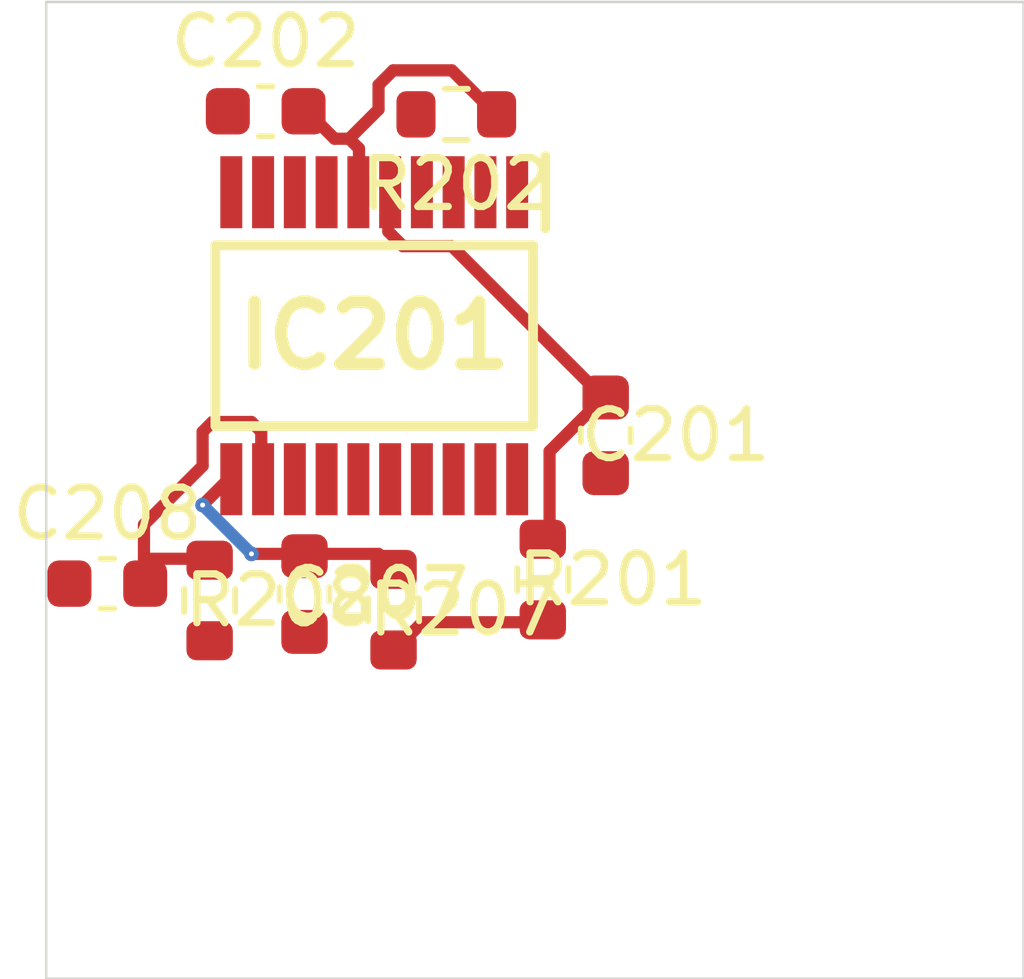
<source format=kicad_pcb>
 ( kicad_pcb  ( version 20171130 )
 ( host pcbnew 5.1.12-84ad8e8a86~92~ubuntu18.04.1 )
 ( general  ( thickness 1.6 )
 ( drawings 4 )
 ( tracks 0 )
 ( zones 0 )
 ( modules 9 )
 ( nets 19 )
)
 ( page A4 )
 ( layers  ( 0 F.Cu signal )
 ( 31 B.Cu signal )
 ( 32 B.Adhes user )
 ( 33 F.Adhes user )
 ( 34 B.Paste user )
 ( 35 F.Paste user )
 ( 36 B.SilkS user )
 ( 37 F.SilkS user )
 ( 38 B.Mask user )
 ( 39 F.Mask user )
 ( 40 Dwgs.User user )
 ( 41 Cmts.User user )
 ( 42 Eco1.User user )
 ( 43 Eco2.User user )
 ( 44 Edge.Cuts user )
 ( 45 Margin user )
 ( 46 B.CrtYd user )
 ( 47 F.CrtYd user )
 ( 48 B.Fab user )
 ( 49 F.Fab user )
)
 ( setup  ( last_trace_width 0.25 )
 ( trace_clearance 0.2 )
 ( zone_clearance 0.508 )
 ( zone_45_only no )
 ( trace_min 0.2 )
 ( via_size 0.8 )
 ( via_drill 0.4 )
 ( via_min_size 0.4 )
 ( via_min_drill 0.3 )
 ( uvia_size 0.3 )
 ( uvia_drill 0.1 )
 ( uvias_allowed no )
 ( uvia_min_size 0.2 )
 ( uvia_min_drill 0.1 )
 ( edge_width 0.05 )
 ( segment_width 0.2 )
 ( pcb_text_width 0.3 )
 ( pcb_text_size 1.5 1.5 )
 ( mod_edge_width 0.12 )
 ( mod_text_size 1 1 )
 ( mod_text_width 0.15 )
 ( pad_size 1.524 1.524 )
 ( pad_drill 0.762 )
 ( pad_to_mask_clearance 0 )
 ( aux_axis_origin 0 0 )
 ( visible_elements FFFFFF7F )
 ( pcbplotparams  ( layerselection 0x010fc_ffffffff )
 ( usegerberextensions false )
 ( usegerberattributes true )
 ( usegerberadvancedattributes true )
 ( creategerberjobfile true )
 ( excludeedgelayer true )
 ( linewidth 0.100000 )
 ( plotframeref false )
 ( viasonmask false )
 ( mode 1 )
 ( useauxorigin false )
 ( hpglpennumber 1 )
 ( hpglpenspeed 20 )
 ( hpglpendiameter 15.000000 )
 ( psnegative false )
 ( psa4output false )
 ( plotreference true )
 ( plotvalue true )
 ( plotinvisibletext false )
 ( padsonsilk false )
 ( subtractmaskfromsilk false )
 ( outputformat 1 )
 ( mirror false )
 ( drillshape 1 )
 ( scaleselection 1 )
 ( outputdirectory "" )
)
)
 ( net 0 "" )
 ( net 1 GND )
 ( net 2 /Sheet6235D886/ch0 )
 ( net 3 /Sheet6235D886/ch1 )
 ( net 4 /Sheet6235D886/ch2 )
 ( net 5 /Sheet6235D886/ch3 )
 ( net 6 /Sheet6235D886/ch4 )
 ( net 7 /Sheet6235D886/ch5 )
 ( net 8 /Sheet6235D886/ch6 )
 ( net 9 /Sheet6235D886/ch7 )
 ( net 10 VDD )
 ( net 11 VDDA )
 ( net 12 /Sheet6235D886/adc_csn )
 ( net 13 /Sheet6235D886/adc_sck )
 ( net 14 /Sheet6235D886/adc_sdi )
 ( net 15 /Sheet6235D886/adc_sdo )
 ( net 16 /Sheet6235D886/vp )
 ( net 17 /Sheet6248AD22/chn0 )
 ( net 18 /Sheet6248AD22/chn3 )
 ( net_class Default "This is the default net class."  ( clearance 0.2 )
 ( trace_width 0.25 )
 ( via_dia 0.8 )
 ( via_drill 0.4 )
 ( uvia_dia 0.3 )
 ( uvia_drill 0.1 )
 ( add_net /Sheet6235D886/adc_csn )
 ( add_net /Sheet6235D886/adc_sck )
 ( add_net /Sheet6235D886/adc_sdi )
 ( add_net /Sheet6235D886/adc_sdo )
 ( add_net /Sheet6235D886/ch0 )
 ( add_net /Sheet6235D886/ch1 )
 ( add_net /Sheet6235D886/ch2 )
 ( add_net /Sheet6235D886/ch3 )
 ( add_net /Sheet6235D886/ch4 )
 ( add_net /Sheet6235D886/ch5 )
 ( add_net /Sheet6235D886/ch6 )
 ( add_net /Sheet6235D886/ch7 )
 ( add_net /Sheet6235D886/vp )
 ( add_net /Sheet6248AD22/chn0 )
 ( add_net /Sheet6248AD22/chn3 )
 ( add_net GND )
 ( add_net VDD )
 ( add_net VDDA )
)
 ( module Capacitor_SMD:C_0603_1608Metric  ( layer F.Cu )
 ( tedit 5F68FEEE )
 ( tstamp 6234222D )
 ( at 91.448800 108.873000 270.000000 )
 ( descr "Capacitor SMD 0603 (1608 Metric), square (rectangular) end terminal, IPC_7351 nominal, (Body size source: IPC-SM-782 page 76, https://www.pcb-3d.com/wordpress/wp-content/uploads/ipc-sm-782a_amendment_1_and_2.pdf), generated with kicad-footprint-generator" )
 ( tags capacitor )
 ( path /6235D887/623691C5 )
 ( attr smd )
 ( fp_text reference C201  ( at 0 -1.43 )
 ( layer F.SilkS )
 ( effects  ( font  ( size 1 1 )
 ( thickness 0.15 )
)
)
)
 ( fp_text value 0.1uF  ( at 0 1.43 )
 ( layer F.Fab )
 ( effects  ( font  ( size 1 1 )
 ( thickness 0.15 )
)
)
)
 ( fp_line  ( start -0.8 0.4 )
 ( end -0.8 -0.4 )
 ( layer F.Fab )
 ( width 0.1 )
)
 ( fp_line  ( start -0.8 -0.4 )
 ( end 0.8 -0.4 )
 ( layer F.Fab )
 ( width 0.1 )
)
 ( fp_line  ( start 0.8 -0.4 )
 ( end 0.8 0.4 )
 ( layer F.Fab )
 ( width 0.1 )
)
 ( fp_line  ( start 0.8 0.4 )
 ( end -0.8 0.4 )
 ( layer F.Fab )
 ( width 0.1 )
)
 ( fp_line  ( start -0.14058 -0.51 )
 ( end 0.14058 -0.51 )
 ( layer F.SilkS )
 ( width 0.12 )
)
 ( fp_line  ( start -0.14058 0.51 )
 ( end 0.14058 0.51 )
 ( layer F.SilkS )
 ( width 0.12 )
)
 ( fp_line  ( start -1.48 0.73 )
 ( end -1.48 -0.73 )
 ( layer F.CrtYd )
 ( width 0.05 )
)
 ( fp_line  ( start -1.48 -0.73 )
 ( end 1.48 -0.73 )
 ( layer F.CrtYd )
 ( width 0.05 )
)
 ( fp_line  ( start 1.48 -0.73 )
 ( end 1.48 0.73 )
 ( layer F.CrtYd )
 ( width 0.05 )
)
 ( fp_line  ( start 1.48 0.73 )
 ( end -1.48 0.73 )
 ( layer F.CrtYd )
 ( width 0.05 )
)
 ( fp_text user %R  ( at 0 0 )
 ( layer F.Fab )
 ( effects  ( font  ( size 0.4 0.4 )
 ( thickness 0.06 )
)
)
)
 ( pad 2 smd roundrect  ( at 0.775 0 270.000000 )
 ( size 0.9 0.95 )
 ( layers F.Cu F.Mask F.Paste )
 ( roundrect_rratio 0.25 )
 ( net 1 GND )
)
 ( pad 1 smd roundrect  ( at -0.775 0 270.000000 )
 ( size 0.9 0.95 )
 ( layers F.Cu F.Mask F.Paste )
 ( roundrect_rratio 0.25 )
 ( net 2 /Sheet6235D886/ch0 )
)
 ( model ${KISYS3DMOD}/Capacitor_SMD.3dshapes/C_0603_1608Metric.wrl  ( at  ( xyz 0 0 0 )
)
 ( scale  ( xyz 1 1 1 )
)
 ( rotate  ( xyz 0 0 0 )
)
)
)
 ( module Capacitor_SMD:C_0603_1608Metric  ( layer F.Cu )
 ( tedit 5F68FEEE )
 ( tstamp 6234223E )
 ( at 84.491200 102.238000 )
 ( descr "Capacitor SMD 0603 (1608 Metric), square (rectangular) end terminal, IPC_7351 nominal, (Body size source: IPC-SM-782 page 76, https://www.pcb-3d.com/wordpress/wp-content/uploads/ipc-sm-782a_amendment_1_and_2.pdf), generated with kicad-footprint-generator" )
 ( tags capacitor )
 ( path /6235D887/62369EE0 )
 ( attr smd )
 ( fp_text reference C202  ( at 0 -1.43 )
 ( layer F.SilkS )
 ( effects  ( font  ( size 1 1 )
 ( thickness 0.15 )
)
)
)
 ( fp_text value 0.1uF  ( at 0 1.43 )
 ( layer F.Fab )
 ( effects  ( font  ( size 1 1 )
 ( thickness 0.15 )
)
)
)
 ( fp_line  ( start 1.48 0.73 )
 ( end -1.48 0.73 )
 ( layer F.CrtYd )
 ( width 0.05 )
)
 ( fp_line  ( start 1.48 -0.73 )
 ( end 1.48 0.73 )
 ( layer F.CrtYd )
 ( width 0.05 )
)
 ( fp_line  ( start -1.48 -0.73 )
 ( end 1.48 -0.73 )
 ( layer F.CrtYd )
 ( width 0.05 )
)
 ( fp_line  ( start -1.48 0.73 )
 ( end -1.48 -0.73 )
 ( layer F.CrtYd )
 ( width 0.05 )
)
 ( fp_line  ( start -0.14058 0.51 )
 ( end 0.14058 0.51 )
 ( layer F.SilkS )
 ( width 0.12 )
)
 ( fp_line  ( start -0.14058 -0.51 )
 ( end 0.14058 -0.51 )
 ( layer F.SilkS )
 ( width 0.12 )
)
 ( fp_line  ( start 0.8 0.4 )
 ( end -0.8 0.4 )
 ( layer F.Fab )
 ( width 0.1 )
)
 ( fp_line  ( start 0.8 -0.4 )
 ( end 0.8 0.4 )
 ( layer F.Fab )
 ( width 0.1 )
)
 ( fp_line  ( start -0.8 -0.4 )
 ( end 0.8 -0.4 )
 ( layer F.Fab )
 ( width 0.1 )
)
 ( fp_line  ( start -0.8 0.4 )
 ( end -0.8 -0.4 )
 ( layer F.Fab )
 ( width 0.1 )
)
 ( fp_text user %R  ( at 0 0 )
 ( layer F.Fab )
 ( effects  ( font  ( size 0.4 0.4 )
 ( thickness 0.06 )
)
)
)
 ( pad 1 smd roundrect  ( at -0.775 0 )
 ( size 0.9 0.95 )
 ( layers F.Cu F.Mask F.Paste )
 ( roundrect_rratio 0.25 )
 ( net 1 GND )
)
 ( pad 2 smd roundrect  ( at 0.775 0 )
 ( size 0.9 0.95 )
 ( layers F.Cu F.Mask F.Paste )
 ( roundrect_rratio 0.25 )
 ( net 3 /Sheet6235D886/ch1 )
)
 ( model ${KISYS3DMOD}/Capacitor_SMD.3dshapes/C_0603_1608Metric.wrl  ( at  ( xyz 0 0 0 )
)
 ( scale  ( xyz 1 1 1 )
)
 ( rotate  ( xyz 0 0 0 )
)
)
)
 ( module Capacitor_SMD:C_0603_1608Metric  ( layer F.Cu )
 ( tedit 5F68FEEE )
 ( tstamp 62342293 )
 ( at 85.285100 112.123000 270.000000 )
 ( descr "Capacitor SMD 0603 (1608 Metric), square (rectangular) end terminal, IPC_7351 nominal, (Body size source: IPC-SM-782 page 76, https://www.pcb-3d.com/wordpress/wp-content/uploads/ipc-sm-782a_amendment_1_and_2.pdf), generated with kicad-footprint-generator" )
 ( tags capacitor )
 ( path /6235D887/6238B3FE )
 ( attr smd )
 ( fp_text reference C207  ( at 0 -1.43 )
 ( layer F.SilkS )
 ( effects  ( font  ( size 1 1 )
 ( thickness 0.15 )
)
)
)
 ( fp_text value 0.1uF  ( at 0 1.43 )
 ( layer F.Fab )
 ( effects  ( font  ( size 1 1 )
 ( thickness 0.15 )
)
)
)
 ( fp_line  ( start -0.8 0.4 )
 ( end -0.8 -0.4 )
 ( layer F.Fab )
 ( width 0.1 )
)
 ( fp_line  ( start -0.8 -0.4 )
 ( end 0.8 -0.4 )
 ( layer F.Fab )
 ( width 0.1 )
)
 ( fp_line  ( start 0.8 -0.4 )
 ( end 0.8 0.4 )
 ( layer F.Fab )
 ( width 0.1 )
)
 ( fp_line  ( start 0.8 0.4 )
 ( end -0.8 0.4 )
 ( layer F.Fab )
 ( width 0.1 )
)
 ( fp_line  ( start -0.14058 -0.51 )
 ( end 0.14058 -0.51 )
 ( layer F.SilkS )
 ( width 0.12 )
)
 ( fp_line  ( start -0.14058 0.51 )
 ( end 0.14058 0.51 )
 ( layer F.SilkS )
 ( width 0.12 )
)
 ( fp_line  ( start -1.48 0.73 )
 ( end -1.48 -0.73 )
 ( layer F.CrtYd )
 ( width 0.05 )
)
 ( fp_line  ( start -1.48 -0.73 )
 ( end 1.48 -0.73 )
 ( layer F.CrtYd )
 ( width 0.05 )
)
 ( fp_line  ( start 1.48 -0.73 )
 ( end 1.48 0.73 )
 ( layer F.CrtYd )
 ( width 0.05 )
)
 ( fp_line  ( start 1.48 0.73 )
 ( end -1.48 0.73 )
 ( layer F.CrtYd )
 ( width 0.05 )
)
 ( fp_text user %R  ( at 0 0 )
 ( layer F.Fab )
 ( effects  ( font  ( size 0.4 0.4 )
 ( thickness 0.06 )
)
)
)
 ( pad 2 smd roundrect  ( at 0.775 0 270.000000 )
 ( size 0.9 0.95 )
 ( layers F.Cu F.Mask F.Paste )
 ( roundrect_rratio 0.25 )
 ( net 1 GND )
)
 ( pad 1 smd roundrect  ( at -0.775 0 270.000000 )
 ( size 0.9 0.95 )
 ( layers F.Cu F.Mask F.Paste )
 ( roundrect_rratio 0.25 )
 ( net 8 /Sheet6235D886/ch6 )
)
 ( model ${KISYS3DMOD}/Capacitor_SMD.3dshapes/C_0603_1608Metric.wrl  ( at  ( xyz 0 0 0 )
)
 ( scale  ( xyz 1 1 1 )
)
 ( rotate  ( xyz 0 0 0 )
)
)
)
 ( module Capacitor_SMD:C_0603_1608Metric  ( layer F.Cu )
 ( tedit 5F68FEEE )
 ( tstamp 623422A4 )
 ( at 81.250100 111.909000 )
 ( descr "Capacitor SMD 0603 (1608 Metric), square (rectangular) end terminal, IPC_7351 nominal, (Body size source: IPC-SM-782 page 76, https://www.pcb-3d.com/wordpress/wp-content/uploads/ipc-sm-782a_amendment_1_and_2.pdf), generated with kicad-footprint-generator" )
 ( tags capacitor )
 ( path /6235D887/6238B404 )
 ( attr smd )
 ( fp_text reference C208  ( at 0 -1.43 )
 ( layer F.SilkS )
 ( effects  ( font  ( size 1 1 )
 ( thickness 0.15 )
)
)
)
 ( fp_text value 0.1uF  ( at 0 1.43 )
 ( layer F.Fab )
 ( effects  ( font  ( size 1 1 )
 ( thickness 0.15 )
)
)
)
 ( fp_line  ( start 1.48 0.73 )
 ( end -1.48 0.73 )
 ( layer F.CrtYd )
 ( width 0.05 )
)
 ( fp_line  ( start 1.48 -0.73 )
 ( end 1.48 0.73 )
 ( layer F.CrtYd )
 ( width 0.05 )
)
 ( fp_line  ( start -1.48 -0.73 )
 ( end 1.48 -0.73 )
 ( layer F.CrtYd )
 ( width 0.05 )
)
 ( fp_line  ( start -1.48 0.73 )
 ( end -1.48 -0.73 )
 ( layer F.CrtYd )
 ( width 0.05 )
)
 ( fp_line  ( start -0.14058 0.51 )
 ( end 0.14058 0.51 )
 ( layer F.SilkS )
 ( width 0.12 )
)
 ( fp_line  ( start -0.14058 -0.51 )
 ( end 0.14058 -0.51 )
 ( layer F.SilkS )
 ( width 0.12 )
)
 ( fp_line  ( start 0.8 0.4 )
 ( end -0.8 0.4 )
 ( layer F.Fab )
 ( width 0.1 )
)
 ( fp_line  ( start 0.8 -0.4 )
 ( end 0.8 0.4 )
 ( layer F.Fab )
 ( width 0.1 )
)
 ( fp_line  ( start -0.8 -0.4 )
 ( end 0.8 -0.4 )
 ( layer F.Fab )
 ( width 0.1 )
)
 ( fp_line  ( start -0.8 0.4 )
 ( end -0.8 -0.4 )
 ( layer F.Fab )
 ( width 0.1 )
)
 ( fp_text user %R  ( at 0 0 )
 ( layer F.Fab )
 ( effects  ( font  ( size 0.4 0.4 )
 ( thickness 0.06 )
)
)
)
 ( pad 1 smd roundrect  ( at -0.775 0 )
 ( size 0.9 0.95 )
 ( layers F.Cu F.Mask F.Paste )
 ( roundrect_rratio 0.25 )
 ( net 1 GND )
)
 ( pad 2 smd roundrect  ( at 0.775 0 )
 ( size 0.9 0.95 )
 ( layers F.Cu F.Mask F.Paste )
 ( roundrect_rratio 0.25 )
 ( net 9 /Sheet6235D886/ch7 )
)
 ( model ${KISYS3DMOD}/Capacitor_SMD.3dshapes/C_0603_1608Metric.wrl  ( at  ( xyz 0 0 0 )
)
 ( scale  ( xyz 1 1 1 )
)
 ( rotate  ( xyz 0 0 0 )
)
)
)
 ( module MCP3564R-E_ST:SOP65P640X120-20N locked  ( layer F.Cu )
 ( tedit 623351C2 )
 ( tstamp 623423D6 )
 ( at 86.712100 106.833000 270.000000 )
 ( descr "20-Lead Plastic Thin Shrink Small Outline (ST) - 4.4mm body [TSSOP]" )
 ( tags "Integrated Circuit" )
 ( path /6235D887/6235E071 )
 ( attr smd )
 ( fp_text reference IC201  ( at 0 0 )
 ( layer F.SilkS )
 ( effects  ( font  ( size 1.27 1.27 )
 ( thickness 0.254 )
)
)
)
 ( fp_text value MCP3564R-E_ST  ( at 0 0 )
 ( layer F.SilkS )
hide  ( effects  ( font  ( size 1.27 1.27 )
 ( thickness 0.254 )
)
)
)
 ( fp_line  ( start -3.925 -3.55 )
 ( end 3.925 -3.55 )
 ( layer Dwgs.User )
 ( width 0.05 )
)
 ( fp_line  ( start 3.925 -3.55 )
 ( end 3.925 3.55 )
 ( layer Dwgs.User )
 ( width 0.05 )
)
 ( fp_line  ( start 3.925 3.55 )
 ( end -3.925 3.55 )
 ( layer Dwgs.User )
 ( width 0.05 )
)
 ( fp_line  ( start -3.925 3.55 )
 ( end -3.925 -3.55 )
 ( layer Dwgs.User )
 ( width 0.05 )
)
 ( fp_line  ( start -2.2 -3.25 )
 ( end 2.2 -3.25 )
 ( layer Dwgs.User )
 ( width 0.1 )
)
 ( fp_line  ( start 2.2 -3.25 )
 ( end 2.2 3.25 )
 ( layer Dwgs.User )
 ( width 0.1 )
)
 ( fp_line  ( start 2.2 3.25 )
 ( end -2.2 3.25 )
 ( layer Dwgs.User )
 ( width 0.1 )
)
 ( fp_line  ( start -2.2 3.25 )
 ( end -2.2 -3.25 )
 ( layer Dwgs.User )
 ( width 0.1 )
)
 ( fp_line  ( start -2.2 -2.6 )
 ( end -1.55 -3.25 )
 ( layer Dwgs.User )
 ( width 0.1 )
)
 ( fp_line  ( start -1.85 -3.25 )
 ( end 1.85 -3.25 )
 ( layer F.SilkS )
 ( width 0.2 )
)
 ( fp_line  ( start 1.85 -3.25 )
 ( end 1.85 3.25 )
 ( layer F.SilkS )
 ( width 0.2 )
)
 ( fp_line  ( start 1.85 3.25 )
 ( end -1.85 3.25 )
 ( layer F.SilkS )
 ( width 0.2 )
)
 ( fp_line  ( start -1.85 3.25 )
 ( end -1.85 -3.25 )
 ( layer F.SilkS )
 ( width 0.2 )
)
 ( fp_line  ( start -3.675 -3.5 )
 ( end -2.2 -3.5 )
 ( layer F.SilkS )
 ( width 0.2 )
)
 ( pad 1 smd rect  ( at -2.938 -2.925 )
 ( size 0.45 1.475 )
 ( layers F.Cu F.Mask F.Paste )
 ( net 11 VDDA )
)
 ( pad 2 smd rect  ( at -2.938 -2.275 )
 ( size 0.45 1.475 )
 ( layers F.Cu F.Mask F.Paste )
 ( net 1 GND )
)
 ( pad 3 smd rect  ( at -2.938 -1.625 )
 ( size 0.45 1.475 )
 ( layers F.Cu F.Mask F.Paste )
 ( net 1 GND )
)
 ( pad 4 smd rect  ( at -2.938 -0.975 )
 ( size 0.45 1.475 )
 ( layers F.Cu F.Mask F.Paste )
)
 ( pad 5 smd rect  ( at -2.938 -0.325 )
 ( size 0.45 1.475 )
 ( layers F.Cu F.Mask F.Paste )
 ( net 2 /Sheet6235D886/ch0 )
)
 ( pad 6 smd rect  ( at -2.938 0.325 )
 ( size 0.45 1.475 )
 ( layers F.Cu F.Mask F.Paste )
 ( net 3 /Sheet6235D886/ch1 )
)
 ( pad 7 smd rect  ( at -2.938 0.975 )
 ( size 0.45 1.475 )
 ( layers F.Cu F.Mask F.Paste )
 ( net 4 /Sheet6235D886/ch2 )
)
 ( pad 8 smd rect  ( at -2.938 1.625 )
 ( size 0.45 1.475 )
 ( layers F.Cu F.Mask F.Paste )
 ( net 5 /Sheet6235D886/ch3 )
)
 ( pad 9 smd rect  ( at -2.938 2.275 )
 ( size 0.45 1.475 )
 ( layers F.Cu F.Mask F.Paste )
 ( net 6 /Sheet6235D886/ch4 )
)
 ( pad 10 smd rect  ( at -2.938 2.925 )
 ( size 0.45 1.475 )
 ( layers F.Cu F.Mask F.Paste )
 ( net 7 /Sheet6235D886/ch5 )
)
 ( pad 11 smd rect  ( at 2.938 2.925 )
 ( size 0.45 1.475 )
 ( layers F.Cu F.Mask F.Paste )
 ( net 8 /Sheet6235D886/ch6 )
)
 ( pad 12 smd rect  ( at 2.938 2.275 )
 ( size 0.45 1.475 )
 ( layers F.Cu F.Mask F.Paste )
 ( net 9 /Sheet6235D886/ch7 )
)
 ( pad 13 smd rect  ( at 2.938 1.625 )
 ( size 0.45 1.475 )
 ( layers F.Cu F.Mask F.Paste )
 ( net 12 /Sheet6235D886/adc_csn )
)
 ( pad 14 smd rect  ( at 2.938 0.975 )
 ( size 0.45 1.475 )
 ( layers F.Cu F.Mask F.Paste )
 ( net 13 /Sheet6235D886/adc_sck )
)
 ( pad 15 smd rect  ( at 2.938 0.325 )
 ( size 0.45 1.475 )
 ( layers F.Cu F.Mask F.Paste )
 ( net 14 /Sheet6235D886/adc_sdi )
)
 ( pad 16 smd rect  ( at 2.938 -0.325 )
 ( size 0.45 1.475 )
 ( layers F.Cu F.Mask F.Paste )
 ( net 15 /Sheet6235D886/adc_sdo )
)
 ( pad 17 smd rect  ( at 2.938 -0.975 )
 ( size 0.45 1.475 )
 ( layers F.Cu F.Mask F.Paste )
)
 ( pad 18 smd rect  ( at 2.938 -1.625 )
 ( size 0.45 1.475 )
 ( layers F.Cu F.Mask F.Paste )
)
 ( pad 19 smd rect  ( at 2.938 -2.275 )
 ( size 0.45 1.475 )
 ( layers F.Cu F.Mask F.Paste )
 ( net 1 GND )
)
 ( pad 20 smd rect  ( at 2.938 -2.925 )
 ( size 0.45 1.475 )
 ( layers F.Cu F.Mask F.Paste )
 ( net 10 VDD )
)
)
 ( module Resistor_SMD:R_0603_1608Metric  ( layer F.Cu )
 ( tedit 5F68FEEE )
 ( tstamp 6234250D )
 ( at 90.161200 111.826000 270.000000 )
 ( descr "Resistor SMD 0603 (1608 Metric), square (rectangular) end terminal, IPC_7351 nominal, (Body size source: IPC-SM-782 page 72, https://www.pcb-3d.com/wordpress/wp-content/uploads/ipc-sm-782a_amendment_1_and_2.pdf), generated with kicad-footprint-generator" )
 ( tags resistor )
 ( path /6235D887/623641B7 )
 ( attr smd )
 ( fp_text reference R201  ( at 0 -1.43 )
 ( layer F.SilkS )
 ( effects  ( font  ( size 1 1 )
 ( thickness 0.15 )
)
)
)
 ( fp_text value 1k  ( at 0 1.43 )
 ( layer F.Fab )
 ( effects  ( font  ( size 1 1 )
 ( thickness 0.15 )
)
)
)
 ( fp_line  ( start -0.8 0.4125 )
 ( end -0.8 -0.4125 )
 ( layer F.Fab )
 ( width 0.1 )
)
 ( fp_line  ( start -0.8 -0.4125 )
 ( end 0.8 -0.4125 )
 ( layer F.Fab )
 ( width 0.1 )
)
 ( fp_line  ( start 0.8 -0.4125 )
 ( end 0.8 0.4125 )
 ( layer F.Fab )
 ( width 0.1 )
)
 ( fp_line  ( start 0.8 0.4125 )
 ( end -0.8 0.4125 )
 ( layer F.Fab )
 ( width 0.1 )
)
 ( fp_line  ( start -0.237258 -0.5225 )
 ( end 0.237258 -0.5225 )
 ( layer F.SilkS )
 ( width 0.12 )
)
 ( fp_line  ( start -0.237258 0.5225 )
 ( end 0.237258 0.5225 )
 ( layer F.SilkS )
 ( width 0.12 )
)
 ( fp_line  ( start -1.48 0.73 )
 ( end -1.48 -0.73 )
 ( layer F.CrtYd )
 ( width 0.05 )
)
 ( fp_line  ( start -1.48 -0.73 )
 ( end 1.48 -0.73 )
 ( layer F.CrtYd )
 ( width 0.05 )
)
 ( fp_line  ( start 1.48 -0.73 )
 ( end 1.48 0.73 )
 ( layer F.CrtYd )
 ( width 0.05 )
)
 ( fp_line  ( start 1.48 0.73 )
 ( end -1.48 0.73 )
 ( layer F.CrtYd )
 ( width 0.05 )
)
 ( fp_text user %R  ( at 0 0 )
 ( layer F.Fab )
 ( effects  ( font  ( size 0.4 0.4 )
 ( thickness 0.06 )
)
)
)
 ( pad 2 smd roundrect  ( at 0.825 0 270.000000 )
 ( size 0.8 0.95 )
 ( layers F.Cu F.Mask F.Paste )
 ( roundrect_rratio 0.25 )
 ( net 16 /Sheet6235D886/vp )
)
 ( pad 1 smd roundrect  ( at -0.825 0 270.000000 )
 ( size 0.8 0.95 )
 ( layers F.Cu F.Mask F.Paste )
 ( roundrect_rratio 0.25 )
 ( net 2 /Sheet6235D886/ch0 )
)
 ( model ${KISYS3DMOD}/Resistor_SMD.3dshapes/R_0603_1608Metric.wrl  ( at  ( xyz 0 0 0 )
)
 ( scale  ( xyz 1 1 1 )
)
 ( rotate  ( xyz 0 0 0 )
)
)
)
 ( module Resistor_SMD:R_0603_1608Metric  ( layer F.Cu )
 ( tedit 5F68FEEE )
 ( tstamp 6234251E )
 ( at 88.391300 102.301000 180.000000 )
 ( descr "Resistor SMD 0603 (1608 Metric), square (rectangular) end terminal, IPC_7351 nominal, (Body size source: IPC-SM-782 page 72, https://www.pcb-3d.com/wordpress/wp-content/uploads/ipc-sm-782a_amendment_1_and_2.pdf), generated with kicad-footprint-generator" )
 ( tags resistor )
 ( path /6235D887/6236A646 )
 ( attr smd )
 ( fp_text reference R202  ( at 0 -1.43 )
 ( layer F.SilkS )
 ( effects  ( font  ( size 1 1 )
 ( thickness 0.15 )
)
)
)
 ( fp_text value 1k  ( at 0 1.43 )
 ( layer F.Fab )
 ( effects  ( font  ( size 1 1 )
 ( thickness 0.15 )
)
)
)
 ( fp_line  ( start 1.48 0.73 )
 ( end -1.48 0.73 )
 ( layer F.CrtYd )
 ( width 0.05 )
)
 ( fp_line  ( start 1.48 -0.73 )
 ( end 1.48 0.73 )
 ( layer F.CrtYd )
 ( width 0.05 )
)
 ( fp_line  ( start -1.48 -0.73 )
 ( end 1.48 -0.73 )
 ( layer F.CrtYd )
 ( width 0.05 )
)
 ( fp_line  ( start -1.48 0.73 )
 ( end -1.48 -0.73 )
 ( layer F.CrtYd )
 ( width 0.05 )
)
 ( fp_line  ( start -0.237258 0.5225 )
 ( end 0.237258 0.5225 )
 ( layer F.SilkS )
 ( width 0.12 )
)
 ( fp_line  ( start -0.237258 -0.5225 )
 ( end 0.237258 -0.5225 )
 ( layer F.SilkS )
 ( width 0.12 )
)
 ( fp_line  ( start 0.8 0.4125 )
 ( end -0.8 0.4125 )
 ( layer F.Fab )
 ( width 0.1 )
)
 ( fp_line  ( start 0.8 -0.4125 )
 ( end 0.8 0.4125 )
 ( layer F.Fab )
 ( width 0.1 )
)
 ( fp_line  ( start -0.8 -0.4125 )
 ( end 0.8 -0.4125 )
 ( layer F.Fab )
 ( width 0.1 )
)
 ( fp_line  ( start -0.8 0.4125 )
 ( end -0.8 -0.4125 )
 ( layer F.Fab )
 ( width 0.1 )
)
 ( fp_text user %R  ( at 0 0 )
 ( layer F.Fab )
 ( effects  ( font  ( size 0.4 0.4 )
 ( thickness 0.06 )
)
)
)
 ( pad 1 smd roundrect  ( at -0.825 0 180.000000 )
 ( size 0.8 0.95 )
 ( layers F.Cu F.Mask F.Paste )
 ( roundrect_rratio 0.25 )
 ( net 3 /Sheet6235D886/ch1 )
)
 ( pad 2 smd roundrect  ( at 0.825 0 180.000000 )
 ( size 0.8 0.95 )
 ( layers F.Cu F.Mask F.Paste )
 ( roundrect_rratio 0.25 )
 ( net 17 /Sheet6248AD22/chn0 )
)
 ( model ${KISYS3DMOD}/Resistor_SMD.3dshapes/R_0603_1608Metric.wrl  ( at  ( xyz 0 0 0 )
)
 ( scale  ( xyz 1 1 1 )
)
 ( rotate  ( xyz 0 0 0 )
)
)
)
 ( module Resistor_SMD:R_0603_1608Metric  ( layer F.Cu )
 ( tedit 5F68FEEE )
 ( tstamp 62342573 )
 ( at 87.107200 112.443000 270.000000 )
 ( descr "Resistor SMD 0603 (1608 Metric), square (rectangular) end terminal, IPC_7351 nominal, (Body size source: IPC-SM-782 page 72, https://www.pcb-3d.com/wordpress/wp-content/uploads/ipc-sm-782a_amendment_1_and_2.pdf), generated with kicad-footprint-generator" )
 ( tags resistor )
 ( path /6235D887/6238B3F8 )
 ( attr smd )
 ( fp_text reference R207  ( at 0 -1.43 )
 ( layer F.SilkS )
 ( effects  ( font  ( size 1 1 )
 ( thickness 0.15 )
)
)
)
 ( fp_text value 1k  ( at 0 1.43 )
 ( layer F.Fab )
 ( effects  ( font  ( size 1 1 )
 ( thickness 0.15 )
)
)
)
 ( fp_line  ( start -0.8 0.4125 )
 ( end -0.8 -0.4125 )
 ( layer F.Fab )
 ( width 0.1 )
)
 ( fp_line  ( start -0.8 -0.4125 )
 ( end 0.8 -0.4125 )
 ( layer F.Fab )
 ( width 0.1 )
)
 ( fp_line  ( start 0.8 -0.4125 )
 ( end 0.8 0.4125 )
 ( layer F.Fab )
 ( width 0.1 )
)
 ( fp_line  ( start 0.8 0.4125 )
 ( end -0.8 0.4125 )
 ( layer F.Fab )
 ( width 0.1 )
)
 ( fp_line  ( start -0.237258 -0.5225 )
 ( end 0.237258 -0.5225 )
 ( layer F.SilkS )
 ( width 0.12 )
)
 ( fp_line  ( start -0.237258 0.5225 )
 ( end 0.237258 0.5225 )
 ( layer F.SilkS )
 ( width 0.12 )
)
 ( fp_line  ( start -1.48 0.73 )
 ( end -1.48 -0.73 )
 ( layer F.CrtYd )
 ( width 0.05 )
)
 ( fp_line  ( start -1.48 -0.73 )
 ( end 1.48 -0.73 )
 ( layer F.CrtYd )
 ( width 0.05 )
)
 ( fp_line  ( start 1.48 -0.73 )
 ( end 1.48 0.73 )
 ( layer F.CrtYd )
 ( width 0.05 )
)
 ( fp_line  ( start 1.48 0.73 )
 ( end -1.48 0.73 )
 ( layer F.CrtYd )
 ( width 0.05 )
)
 ( fp_text user %R  ( at 0 0 )
 ( layer F.Fab )
 ( effects  ( font  ( size 0.4 0.4 )
 ( thickness 0.06 )
)
)
)
 ( pad 2 smd roundrect  ( at 0.825 0 270.000000 )
 ( size 0.8 0.95 )
 ( layers F.Cu F.Mask F.Paste )
 ( roundrect_rratio 0.25 )
 ( net 16 /Sheet6235D886/vp )
)
 ( pad 1 smd roundrect  ( at -0.825 0 270.000000 )
 ( size 0.8 0.95 )
 ( layers F.Cu F.Mask F.Paste )
 ( roundrect_rratio 0.25 )
 ( net 8 /Sheet6235D886/ch6 )
)
 ( model ${KISYS3DMOD}/Resistor_SMD.3dshapes/R_0603_1608Metric.wrl  ( at  ( xyz 0 0 0 )
)
 ( scale  ( xyz 1 1 1 )
)
 ( rotate  ( xyz 0 0 0 )
)
)
)
 ( module Resistor_SMD:R_0603_1608Metric  ( layer F.Cu )
 ( tedit 5F68FEEE )
 ( tstamp 62342584 )
 ( at 83.343700 112.254000 270.000000 )
 ( descr "Resistor SMD 0603 (1608 Metric), square (rectangular) end terminal, IPC_7351 nominal, (Body size source: IPC-SM-782 page 72, https://www.pcb-3d.com/wordpress/wp-content/uploads/ipc-sm-782a_amendment_1_and_2.pdf), generated with kicad-footprint-generator" )
 ( tags resistor )
 ( path /6235D887/6238B40A )
 ( attr smd )
 ( fp_text reference R208  ( at 0 -1.43 )
 ( layer F.SilkS )
 ( effects  ( font  ( size 1 1 )
 ( thickness 0.15 )
)
)
)
 ( fp_text value 1k  ( at 0 1.43 )
 ( layer F.Fab )
 ( effects  ( font  ( size 1 1 )
 ( thickness 0.15 )
)
)
)
 ( fp_line  ( start 1.48 0.73 )
 ( end -1.48 0.73 )
 ( layer F.CrtYd )
 ( width 0.05 )
)
 ( fp_line  ( start 1.48 -0.73 )
 ( end 1.48 0.73 )
 ( layer F.CrtYd )
 ( width 0.05 )
)
 ( fp_line  ( start -1.48 -0.73 )
 ( end 1.48 -0.73 )
 ( layer F.CrtYd )
 ( width 0.05 )
)
 ( fp_line  ( start -1.48 0.73 )
 ( end -1.48 -0.73 )
 ( layer F.CrtYd )
 ( width 0.05 )
)
 ( fp_line  ( start -0.237258 0.5225 )
 ( end 0.237258 0.5225 )
 ( layer F.SilkS )
 ( width 0.12 )
)
 ( fp_line  ( start -0.237258 -0.5225 )
 ( end 0.237258 -0.5225 )
 ( layer F.SilkS )
 ( width 0.12 )
)
 ( fp_line  ( start 0.8 0.4125 )
 ( end -0.8 0.4125 )
 ( layer F.Fab )
 ( width 0.1 )
)
 ( fp_line  ( start 0.8 -0.4125 )
 ( end 0.8 0.4125 )
 ( layer F.Fab )
 ( width 0.1 )
)
 ( fp_line  ( start -0.8 -0.4125 )
 ( end 0.8 -0.4125 )
 ( layer F.Fab )
 ( width 0.1 )
)
 ( fp_line  ( start -0.8 0.4125 )
 ( end -0.8 -0.4125 )
 ( layer F.Fab )
 ( width 0.1 )
)
 ( fp_text user %R  ( at 0 0 )
 ( layer F.Fab )
 ( effects  ( font  ( size 0.4 0.4 )
 ( thickness 0.06 )
)
)
)
 ( pad 1 smd roundrect  ( at -0.825 0 270.000000 )
 ( size 0.8 0.95 )
 ( layers F.Cu F.Mask F.Paste )
 ( roundrect_rratio 0.25 )
 ( net 9 /Sheet6235D886/ch7 )
)
 ( pad 2 smd roundrect  ( at 0.825 0 270.000000 )
 ( size 0.8 0.95 )
 ( layers F.Cu F.Mask F.Paste )
 ( roundrect_rratio 0.25 )
 ( net 18 /Sheet6248AD22/chn3 )
)
 ( model ${KISYS3DMOD}/Resistor_SMD.3dshapes/R_0603_1608Metric.wrl  ( at  ( xyz 0 0 0 )
)
 ( scale  ( xyz 1 1 1 )
)
 ( rotate  ( xyz 0 0 0 )
)
)
)
 ( gr_line  ( start 100 100 )
 ( end 100 120 )
 ( layer Edge.Cuts )
 ( width 0.05 )
 ( tstamp 62E770C4 )
)
 ( gr_line  ( start 80 120 )
 ( end 100 120 )
 ( layer Edge.Cuts )
 ( width 0.05 )
 ( tstamp 62E770C0 )
)
 ( gr_line  ( start 80 100 )
 ( end 100 100 )
 ( layer Edge.Cuts )
 ( width 0.05 )
 ( tstamp 6234110C )
)
 ( gr_line  ( start 80 100 )
 ( end 80 120 )
 ( layer Edge.Cuts )
 ( width 0.05 )
)
 ( segment  ( start 87.000001 103.900002 )
 ( end 87.000001 104.700002 )
 ( width 0.250000 )
 ( layer F.Cu )
 ( net 2 )
)
 ( segment  ( start 87.000001 104.700002 )
 ( end 87.300001 105.000002 )
 ( width 0.250000 )
 ( layer F.Cu )
 ( net 2 )
)
 ( segment  ( start 87.300001 105.000002 )
 ( end 88.300001 105.000002 )
 ( width 0.250000 )
 ( layer F.Cu )
 ( net 2 )
)
 ( segment  ( start 88.300001 105.000002 )
 ( end 91.400001 108.100002 )
 ( width 0.250000 )
 ( layer F.Cu )
 ( net 2 )
)
 ( segment  ( start 90.200001 111.000002 )
 ( end 90.300001 110.900002 )
 ( width 0.250000 )
 ( layer F.Cu )
 ( net 2 )
)
 ( segment  ( start 90.300001 110.900002 )
 ( end 90.300001 109.200002 )
 ( width 0.250000 )
 ( layer F.Cu )
 ( net 2 )
)
 ( segment  ( start 90.300001 109.200002 )
 ( end 91.400001 108.100002 )
 ( width 0.250000 )
 ( layer F.Cu )
 ( net 2 )
)
 ( segment  ( start 86.400001 103.900002 )
 ( end 86.400001 103.000002 )
 ( width 0.250000 )
 ( layer F.Cu )
 ( net 3 )
)
 ( segment  ( start 86.400001 103.000002 )
 ( end 86.200001 102.800002 )
 ( width 0.250000 )
 ( layer F.Cu )
 ( net 3 )
)
 ( segment  ( start 86.200001 102.800002 )
 ( end 85.900001 102.800002 )
 ( width 0.250000 )
 ( layer F.Cu )
 ( net 3 )
)
 ( segment  ( start 85.900001 102.800002 )
 ( end 85.300001 102.200002 )
 ( width 0.250000 )
 ( layer F.Cu )
 ( net 3 )
)
 ( segment  ( start 89.200001 102.300002 )
 ( end 88.300001 101.400002 )
 ( width 0.250000 )
 ( layer F.Cu )
 ( net 3 )
)
 ( segment  ( start 88.300001 101.400002 )
 ( end 87.100001 101.400002 )
 ( width 0.250000 )
 ( layer F.Cu )
 ( net 3 )
)
 ( segment  ( start 87.100001 101.400002 )
 ( end 86.800001 101.700002 )
 ( width 0.250000 )
 ( layer F.Cu )
 ( net 3 )
)
 ( segment  ( start 86.800001 101.700002 )
 ( end 86.800001 102.200002 )
 ( width 0.250000 )
 ( layer F.Cu )
 ( net 3 )
)
 ( segment  ( start 86.800001 102.200002 )
 ( end 86.200001 102.800002 )
 ( width 0.250000 )
 ( layer F.Cu )
 ( net 3 )
)
 ( segment  ( start 83.800001 109.800002 )
 ( end 83.700001 109.800002 )
 ( width 0.250000 )
 ( layer F.Cu )
 ( net 8 )
)
 ( segment  ( start 83.700001 109.800002 )
 ( end 83.200001 110.300002 )
 ( width 0.250000 )
 ( layer F.Cu )
 ( net 8 )
)
 ( segment  ( start 83.200001 110.300002 )
 ( end 84.200001 111.300002 )
 ( width 0.250000 )
 ( layer B.Cu )
 ( net 8 )
)
 ( segment  ( start 84.200001 111.300002 )
 ( end 85.300001 111.300002 )
 ( width 0.250000 )
 ( layer F.Cu )
 ( net 8 )
)
 ( segment  ( start 87.100001 111.600002 )
 ( end 86.800001 111.300002 )
 ( width 0.250000 )
 ( layer F.Cu )
 ( net 8 )
)
 ( segment  ( start 86.800001 111.300002 )
 ( end 85.300001 111.300002 )
 ( width 0.250000 )
 ( layer F.Cu )
 ( net 8 )
)
 ( via micro  ( at 83.200001 110.300002 )
 ( size 0.300000 )
 ( drill 0.100000 )
 ( layers F.Cu B.Cu )
 ( net 8 )
)
 ( via micro  ( at 84.200001 111.300002 )
 ( size 0.300000 )
 ( drill 0.100000 )
 ( layers F.Cu B.Cu )
 ( net 8 )
)
 ( segment  ( start 84.400001 109.800002 )
 ( end 84.400001 108.800002 )
 ( width 0.250000 )
 ( layer F.Cu )
 ( net 9 )
)
 ( segment  ( start 84.400001 108.800002 )
 ( end 84.200001 108.600002 )
 ( width 0.250000 )
 ( layer F.Cu )
 ( net 9 )
)
 ( segment  ( start 84.200001 108.600002 )
 ( end 83.400001 108.600002 )
 ( width 0.250000 )
 ( layer F.Cu )
 ( net 9 )
)
 ( segment  ( start 83.400001 108.600002 )
 ( end 83.200001 108.800002 )
 ( width 0.250000 )
 ( layer F.Cu )
 ( net 9 )
)
 ( segment  ( start 83.200001 108.800002 )
 ( end 83.200001 109.500002 )
 ( width 0.250000 )
 ( layer F.Cu )
 ( net 9 )
)
 ( segment  ( start 83.200001 109.500002 )
 ( end 82.000001 110.700002 )
 ( width 0.250000 )
 ( layer F.Cu )
 ( net 9 )
)
 ( segment  ( start 82.000001 110.700002 )
 ( end 82.000001 111.900002 )
 ( width 0.250000 )
 ( layer F.Cu )
 ( net 9 )
)
 ( segment  ( start 83.300001 111.400002 )
 ( end 82.000001 111.400002 )
 ( width 0.250000 )
 ( layer F.Cu )
 ( net 9 )
)
 ( segment  ( start 87.100001 113.300002 )
 ( end 87.700001 112.700002 )
 ( width 0.250000 )
 ( layer F.Cu )
 ( net 16 )
)
 ( segment  ( start 87.700001 112.700002 )
 ( end 90.200001 112.700002 )
 ( width 0.250000 )
 ( layer F.Cu )
 ( net 16 )
)
)

</source>
